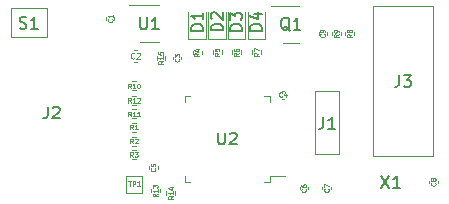
<source format=gbr>
%TF.GenerationSoftware,KiCad,Pcbnew,(6.0.7)*%
%TF.CreationDate,2022-09-05T13:16:07+02:00*%
%TF.ProjectId,blackmagic_mini,626c6163-6b6d-4616-9769-635f6d696e69,rev?*%
%TF.SameCoordinates,Original*%
%TF.FileFunction,Legend,Top*%
%TF.FilePolarity,Positive*%
%FSLAX46Y46*%
G04 Gerber Fmt 4.6, Leading zero omitted, Abs format (unit mm)*
G04 Created by KiCad (PCBNEW (6.0.7)) date 2022-09-05 13:16:07*
%MOMM*%
%LPD*%
G01*
G04 APERTURE LIST*
%ADD10C,0.150000*%
%ADD11C,0.075000*%
%ADD12C,0.100000*%
%ADD13C,0.125000*%
%ADD14C,0.120000*%
G04 APERTURE END LIST*
D10*
%TO.C,J1*%
X48741666Y-29677380D02*
X48741666Y-30391666D01*
X48694047Y-30534523D01*
X48598809Y-30629761D01*
X48455952Y-30677380D01*
X48360714Y-30677380D01*
X49741666Y-30677380D02*
X49170238Y-30677380D01*
X49455952Y-30677380D02*
X49455952Y-29677380D01*
X49360714Y-29820238D01*
X49265476Y-29915476D01*
X49170238Y-29963095D01*
%TO.C,J3*%
X55166666Y-26127380D02*
X55166666Y-26841666D01*
X55119047Y-26984523D01*
X55023809Y-27079761D01*
X54880952Y-27127380D01*
X54785714Y-27127380D01*
X55547619Y-26127380D02*
X56166666Y-26127380D01*
X55833333Y-26508333D01*
X55976190Y-26508333D01*
X56071428Y-26555952D01*
X56119047Y-26603571D01*
X56166666Y-26698809D01*
X56166666Y-26936904D01*
X56119047Y-27032142D01*
X56071428Y-27079761D01*
X55976190Y-27127380D01*
X55690476Y-27127380D01*
X55595238Y-27079761D01*
X55547619Y-27032142D01*
%TO.C,D2*%
X40227380Y-22338095D02*
X39227380Y-22338095D01*
X39227380Y-22100000D01*
X39275000Y-21957142D01*
X39370238Y-21861904D01*
X39465476Y-21814285D01*
X39655952Y-21766666D01*
X39798809Y-21766666D01*
X39989285Y-21814285D01*
X40084523Y-21861904D01*
X40179761Y-21957142D01*
X40227380Y-22100000D01*
X40227380Y-22338095D01*
X39322619Y-21385714D02*
X39275000Y-21338095D01*
X39227380Y-21242857D01*
X39227380Y-21004761D01*
X39275000Y-20909523D01*
X39322619Y-20861904D01*
X39417857Y-20814285D01*
X39513095Y-20814285D01*
X39655952Y-20861904D01*
X40227380Y-21433333D01*
X40227380Y-20814285D01*
%TO.C,D1*%
X38552380Y-22363095D02*
X37552380Y-22363095D01*
X37552380Y-22125000D01*
X37600000Y-21982142D01*
X37695238Y-21886904D01*
X37790476Y-21839285D01*
X37980952Y-21791666D01*
X38123809Y-21791666D01*
X38314285Y-21839285D01*
X38409523Y-21886904D01*
X38504761Y-21982142D01*
X38552380Y-22125000D01*
X38552380Y-22363095D01*
X38552380Y-20839285D02*
X38552380Y-21410714D01*
X38552380Y-21125000D02*
X37552380Y-21125000D01*
X37695238Y-21220238D01*
X37790476Y-21315476D01*
X37838095Y-21410714D01*
%TO.C,D4*%
X43527380Y-22363095D02*
X42527380Y-22363095D01*
X42527380Y-22125000D01*
X42575000Y-21982142D01*
X42670238Y-21886904D01*
X42765476Y-21839285D01*
X42955952Y-21791666D01*
X43098809Y-21791666D01*
X43289285Y-21839285D01*
X43384523Y-21886904D01*
X43479761Y-21982142D01*
X43527380Y-22125000D01*
X43527380Y-22363095D01*
X42860714Y-20934523D02*
X43527380Y-20934523D01*
X42479761Y-21172619D02*
X43194047Y-21410714D01*
X43194047Y-20791666D01*
%TO.C,D3*%
X41852380Y-22363095D02*
X40852380Y-22363095D01*
X40852380Y-22125000D01*
X40900000Y-21982142D01*
X40995238Y-21886904D01*
X41090476Y-21839285D01*
X41280952Y-21791666D01*
X41423809Y-21791666D01*
X41614285Y-21839285D01*
X41709523Y-21886904D01*
X41804761Y-21982142D01*
X41852380Y-22125000D01*
X41852380Y-22363095D01*
X40852380Y-21458333D02*
X40852380Y-20839285D01*
X41233333Y-21172619D01*
X41233333Y-21029761D01*
X41280952Y-20934523D01*
X41328571Y-20886904D01*
X41423809Y-20839285D01*
X41661904Y-20839285D01*
X41757142Y-20886904D01*
X41804761Y-20934523D01*
X41852380Y-21029761D01*
X41852380Y-21315476D01*
X41804761Y-21410714D01*
X41757142Y-21458333D01*
%TO.C,X1*%
X53665476Y-34652380D02*
X54332142Y-35652380D01*
X54332142Y-34652380D02*
X53665476Y-35652380D01*
X55236904Y-35652380D02*
X54665476Y-35652380D01*
X54951190Y-35652380D02*
X54951190Y-34652380D01*
X54855952Y-34795238D01*
X54760714Y-34890476D01*
X54665476Y-34938095D01*
%TO.C,U2*%
X39838095Y-31002380D02*
X39838095Y-31811904D01*
X39885714Y-31907142D01*
X39933333Y-31954761D01*
X40028571Y-32002380D01*
X40219047Y-32002380D01*
X40314285Y-31954761D01*
X40361904Y-31907142D01*
X40409523Y-31811904D01*
X40409523Y-31002380D01*
X40838095Y-31097619D02*
X40885714Y-31050000D01*
X40980952Y-31002380D01*
X41219047Y-31002380D01*
X41314285Y-31050000D01*
X41361904Y-31097619D01*
X41409523Y-31192857D01*
X41409523Y-31288095D01*
X41361904Y-31430952D01*
X40790476Y-32002380D01*
X41409523Y-32002380D01*
%TO.C,U1*%
X33238095Y-21252380D02*
X33238095Y-22061904D01*
X33285714Y-22157142D01*
X33333333Y-22204761D01*
X33428571Y-22252380D01*
X33619047Y-22252380D01*
X33714285Y-22204761D01*
X33761904Y-22157142D01*
X33809523Y-22061904D01*
X33809523Y-21252380D01*
X34809523Y-22252380D02*
X34238095Y-22252380D01*
X34523809Y-22252380D02*
X34523809Y-21252380D01*
X34428571Y-21395238D01*
X34333333Y-21490476D01*
X34238095Y-21538095D01*
D11*
%TO.C,TP1*%
X32245238Y-35105952D02*
X32473809Y-35105952D01*
X32359523Y-35505952D02*
X32359523Y-35105952D01*
X32607142Y-35505952D02*
X32607142Y-35105952D01*
X32759523Y-35105952D01*
X32797619Y-35125000D01*
X32816666Y-35144047D01*
X32835714Y-35182142D01*
X32835714Y-35239285D01*
X32816666Y-35277380D01*
X32797619Y-35296428D01*
X32759523Y-35315476D01*
X32607142Y-35315476D01*
X33216666Y-35505952D02*
X32988095Y-35505952D01*
X33102380Y-35505952D02*
X33102380Y-35105952D01*
X33064285Y-35163095D01*
X33026190Y-35201190D01*
X32988095Y-35220238D01*
D10*
%TO.C,S1*%
X23038095Y-22154761D02*
X23180952Y-22202380D01*
X23419047Y-22202380D01*
X23514285Y-22154761D01*
X23561904Y-22107142D01*
X23609523Y-22011904D01*
X23609523Y-21916666D01*
X23561904Y-21821428D01*
X23514285Y-21773809D01*
X23419047Y-21726190D01*
X23228571Y-21678571D01*
X23133333Y-21630952D01*
X23085714Y-21583333D01*
X23038095Y-21488095D01*
X23038095Y-21392857D01*
X23085714Y-21297619D01*
X23133333Y-21250000D01*
X23228571Y-21202380D01*
X23466666Y-21202380D01*
X23609523Y-21250000D01*
X24561904Y-22202380D02*
X23990476Y-22202380D01*
X24276190Y-22202380D02*
X24276190Y-21202380D01*
X24180952Y-21345238D01*
X24085714Y-21440476D01*
X23990476Y-21488095D01*
D12*
%TO.C,R15*%
X35180952Y-24932142D02*
X34990476Y-25065476D01*
X35180952Y-25160714D02*
X34780952Y-25160714D01*
X34780952Y-25008333D01*
X34800000Y-24970238D01*
X34819047Y-24951190D01*
X34857142Y-24932142D01*
X34914285Y-24932142D01*
X34952380Y-24951190D01*
X34971428Y-24970238D01*
X34990476Y-25008333D01*
X34990476Y-25160714D01*
X35180952Y-24551190D02*
X35180952Y-24779761D01*
X35180952Y-24665476D02*
X34780952Y-24665476D01*
X34838095Y-24703571D01*
X34876190Y-24741666D01*
X34895238Y-24779761D01*
X34780952Y-24189285D02*
X34780952Y-24379761D01*
X34971428Y-24398809D01*
X34952380Y-24379761D01*
X34933333Y-24341666D01*
X34933333Y-24246428D01*
X34952380Y-24208333D01*
X34971428Y-24189285D01*
X35009523Y-24170238D01*
X35104761Y-24170238D01*
X35142857Y-24189285D01*
X35161904Y-24208333D01*
X35180952Y-24246428D01*
X35180952Y-24341666D01*
X35161904Y-24379761D01*
X35142857Y-24398809D01*
%TO.C,R14*%
X36030952Y-36357142D02*
X35840476Y-36490476D01*
X36030952Y-36585714D02*
X35630952Y-36585714D01*
X35630952Y-36433333D01*
X35650000Y-36395238D01*
X35669047Y-36376190D01*
X35707142Y-36357142D01*
X35764285Y-36357142D01*
X35802380Y-36376190D01*
X35821428Y-36395238D01*
X35840476Y-36433333D01*
X35840476Y-36585714D01*
X36030952Y-35976190D02*
X36030952Y-36204761D01*
X36030952Y-36090476D02*
X35630952Y-36090476D01*
X35688095Y-36128571D01*
X35726190Y-36166666D01*
X35745238Y-36204761D01*
X35764285Y-35633333D02*
X36030952Y-35633333D01*
X35611904Y-35728571D02*
X35897619Y-35823809D01*
X35897619Y-35576190D01*
%TO.C,R13*%
X34705952Y-36182142D02*
X34515476Y-36315476D01*
X34705952Y-36410714D02*
X34305952Y-36410714D01*
X34305952Y-36258333D01*
X34325000Y-36220238D01*
X34344047Y-36201190D01*
X34382142Y-36182142D01*
X34439285Y-36182142D01*
X34477380Y-36201190D01*
X34496428Y-36220238D01*
X34515476Y-36258333D01*
X34515476Y-36410714D01*
X34705952Y-35801190D02*
X34705952Y-36029761D01*
X34705952Y-35915476D02*
X34305952Y-35915476D01*
X34363095Y-35953571D01*
X34401190Y-35991666D01*
X34420238Y-36029761D01*
X34305952Y-35667857D02*
X34305952Y-35420238D01*
X34458333Y-35553571D01*
X34458333Y-35496428D01*
X34477380Y-35458333D01*
X34496428Y-35439285D01*
X34534523Y-35420238D01*
X34629761Y-35420238D01*
X34667857Y-35439285D01*
X34686904Y-35458333D01*
X34705952Y-35496428D01*
X34705952Y-35610714D01*
X34686904Y-35648809D01*
X34667857Y-35667857D01*
%TO.C,R12*%
X32467857Y-28455952D02*
X32334523Y-28265476D01*
X32239285Y-28455952D02*
X32239285Y-28055952D01*
X32391666Y-28055952D01*
X32429761Y-28075000D01*
X32448809Y-28094047D01*
X32467857Y-28132142D01*
X32467857Y-28189285D01*
X32448809Y-28227380D01*
X32429761Y-28246428D01*
X32391666Y-28265476D01*
X32239285Y-28265476D01*
X32848809Y-28455952D02*
X32620238Y-28455952D01*
X32734523Y-28455952D02*
X32734523Y-28055952D01*
X32696428Y-28113095D01*
X32658333Y-28151190D01*
X32620238Y-28170238D01*
X33001190Y-28094047D02*
X33020238Y-28075000D01*
X33058333Y-28055952D01*
X33153571Y-28055952D01*
X33191666Y-28075000D01*
X33210714Y-28094047D01*
X33229761Y-28132142D01*
X33229761Y-28170238D01*
X33210714Y-28227380D01*
X32982142Y-28455952D01*
X33229761Y-28455952D01*
%TO.C,R11*%
X32467857Y-29630952D02*
X32334523Y-29440476D01*
X32239285Y-29630952D02*
X32239285Y-29230952D01*
X32391666Y-29230952D01*
X32429761Y-29250000D01*
X32448809Y-29269047D01*
X32467857Y-29307142D01*
X32467857Y-29364285D01*
X32448809Y-29402380D01*
X32429761Y-29421428D01*
X32391666Y-29440476D01*
X32239285Y-29440476D01*
X32848809Y-29630952D02*
X32620238Y-29630952D01*
X32734523Y-29630952D02*
X32734523Y-29230952D01*
X32696428Y-29288095D01*
X32658333Y-29326190D01*
X32620238Y-29345238D01*
X33229761Y-29630952D02*
X33001190Y-29630952D01*
X33115476Y-29630952D02*
X33115476Y-29230952D01*
X33077380Y-29288095D01*
X33039285Y-29326190D01*
X33001190Y-29345238D01*
%TO.C,R10*%
X32442857Y-27255952D02*
X32309523Y-27065476D01*
X32214285Y-27255952D02*
X32214285Y-26855952D01*
X32366666Y-26855952D01*
X32404761Y-26875000D01*
X32423809Y-26894047D01*
X32442857Y-26932142D01*
X32442857Y-26989285D01*
X32423809Y-27027380D01*
X32404761Y-27046428D01*
X32366666Y-27065476D01*
X32214285Y-27065476D01*
X32823809Y-27255952D02*
X32595238Y-27255952D01*
X32709523Y-27255952D02*
X32709523Y-26855952D01*
X32671428Y-26913095D01*
X32633333Y-26951190D01*
X32595238Y-26970238D01*
X33071428Y-26855952D02*
X33109523Y-26855952D01*
X33147619Y-26875000D01*
X33166666Y-26894047D01*
X33185714Y-26932142D01*
X33204761Y-27008333D01*
X33204761Y-27103571D01*
X33185714Y-27179761D01*
X33166666Y-27217857D01*
X33147619Y-27236904D01*
X33109523Y-27255952D01*
X33071428Y-27255952D01*
X33033333Y-27236904D01*
X33014285Y-27217857D01*
X32995238Y-27179761D01*
X32976190Y-27103571D01*
X32976190Y-27008333D01*
X32995238Y-26932142D01*
X33014285Y-26894047D01*
X33033333Y-26875000D01*
X33071428Y-26855952D01*
%TO.C,R9*%
X50030952Y-22691666D02*
X49840476Y-22825000D01*
X50030952Y-22920238D02*
X49630952Y-22920238D01*
X49630952Y-22767857D01*
X49650000Y-22729761D01*
X49669047Y-22710714D01*
X49707142Y-22691666D01*
X49764285Y-22691666D01*
X49802380Y-22710714D01*
X49821428Y-22729761D01*
X49840476Y-22767857D01*
X49840476Y-22920238D01*
X50030952Y-22501190D02*
X50030952Y-22425000D01*
X50011904Y-22386904D01*
X49992857Y-22367857D01*
X49935714Y-22329761D01*
X49859523Y-22310714D01*
X49707142Y-22310714D01*
X49669047Y-22329761D01*
X49650000Y-22348809D01*
X49630952Y-22386904D01*
X49630952Y-22463095D01*
X49650000Y-22501190D01*
X49669047Y-22520238D01*
X49707142Y-22539285D01*
X49802380Y-22539285D01*
X49840476Y-22520238D01*
X49859523Y-22501190D01*
X49878571Y-22463095D01*
X49878571Y-22386904D01*
X49859523Y-22348809D01*
X49840476Y-22329761D01*
X49802380Y-22310714D01*
%TO.C,R8*%
X51155952Y-22666666D02*
X50965476Y-22800000D01*
X51155952Y-22895238D02*
X50755952Y-22895238D01*
X50755952Y-22742857D01*
X50775000Y-22704761D01*
X50794047Y-22685714D01*
X50832142Y-22666666D01*
X50889285Y-22666666D01*
X50927380Y-22685714D01*
X50946428Y-22704761D01*
X50965476Y-22742857D01*
X50965476Y-22895238D01*
X50927380Y-22438095D02*
X50908333Y-22476190D01*
X50889285Y-22495238D01*
X50851190Y-22514285D01*
X50832142Y-22514285D01*
X50794047Y-22495238D01*
X50775000Y-22476190D01*
X50755952Y-22438095D01*
X50755952Y-22361904D01*
X50775000Y-22323809D01*
X50794047Y-22304761D01*
X50832142Y-22285714D01*
X50851190Y-22285714D01*
X50889285Y-22304761D01*
X50908333Y-22323809D01*
X50927380Y-22361904D01*
X50927380Y-22438095D01*
X50946428Y-22476190D01*
X50965476Y-22495238D01*
X51003571Y-22514285D01*
X51079761Y-22514285D01*
X51117857Y-22495238D01*
X51136904Y-22476190D01*
X51155952Y-22438095D01*
X51155952Y-22361904D01*
X51136904Y-22323809D01*
X51117857Y-22304761D01*
X51079761Y-22285714D01*
X51003571Y-22285714D01*
X50965476Y-22304761D01*
X50946428Y-22323809D01*
X50927380Y-22361904D01*
%TO.C,R7*%
X43280952Y-24266666D02*
X43090476Y-24400000D01*
X43280952Y-24495238D02*
X42880952Y-24495238D01*
X42880952Y-24342857D01*
X42900000Y-24304761D01*
X42919047Y-24285714D01*
X42957142Y-24266666D01*
X43014285Y-24266666D01*
X43052380Y-24285714D01*
X43071428Y-24304761D01*
X43090476Y-24342857D01*
X43090476Y-24495238D01*
X42880952Y-24133333D02*
X42880952Y-23866666D01*
X43280952Y-24038095D01*
%TO.C,R6*%
X41580952Y-24266666D02*
X41390476Y-24400000D01*
X41580952Y-24495238D02*
X41180952Y-24495238D01*
X41180952Y-24342857D01*
X41200000Y-24304761D01*
X41219047Y-24285714D01*
X41257142Y-24266666D01*
X41314285Y-24266666D01*
X41352380Y-24285714D01*
X41371428Y-24304761D01*
X41390476Y-24342857D01*
X41390476Y-24495238D01*
X41180952Y-23923809D02*
X41180952Y-24000000D01*
X41200000Y-24038095D01*
X41219047Y-24057142D01*
X41276190Y-24095238D01*
X41352380Y-24114285D01*
X41504761Y-24114285D01*
X41542857Y-24095238D01*
X41561904Y-24076190D01*
X41580952Y-24038095D01*
X41580952Y-23961904D01*
X41561904Y-23923809D01*
X41542857Y-23904761D01*
X41504761Y-23885714D01*
X41409523Y-23885714D01*
X41371428Y-23904761D01*
X41352380Y-23923809D01*
X41333333Y-23961904D01*
X41333333Y-24038095D01*
X41352380Y-24076190D01*
X41371428Y-24095238D01*
X41409523Y-24114285D01*
%TO.C,R5*%
X39930952Y-24266666D02*
X39740476Y-24400000D01*
X39930952Y-24495238D02*
X39530952Y-24495238D01*
X39530952Y-24342857D01*
X39550000Y-24304761D01*
X39569047Y-24285714D01*
X39607142Y-24266666D01*
X39664285Y-24266666D01*
X39702380Y-24285714D01*
X39721428Y-24304761D01*
X39740476Y-24342857D01*
X39740476Y-24495238D01*
X39530952Y-23904761D02*
X39530952Y-24095238D01*
X39721428Y-24114285D01*
X39702380Y-24095238D01*
X39683333Y-24057142D01*
X39683333Y-23961904D01*
X39702380Y-23923809D01*
X39721428Y-23904761D01*
X39759523Y-23885714D01*
X39854761Y-23885714D01*
X39892857Y-23904761D01*
X39911904Y-23923809D01*
X39930952Y-23961904D01*
X39930952Y-24057142D01*
X39911904Y-24095238D01*
X39892857Y-24114285D01*
%TO.C,R4*%
X38230952Y-24291666D02*
X38040476Y-24425000D01*
X38230952Y-24520238D02*
X37830952Y-24520238D01*
X37830952Y-24367857D01*
X37850000Y-24329761D01*
X37869047Y-24310714D01*
X37907142Y-24291666D01*
X37964285Y-24291666D01*
X38002380Y-24310714D01*
X38021428Y-24329761D01*
X38040476Y-24367857D01*
X38040476Y-24520238D01*
X37964285Y-23948809D02*
X38230952Y-23948809D01*
X37811904Y-24044047D02*
X38097619Y-24139285D01*
X38097619Y-23891666D01*
%TO.C,R3*%
X32633333Y-33055952D02*
X32500000Y-32865476D01*
X32404761Y-33055952D02*
X32404761Y-32655952D01*
X32557142Y-32655952D01*
X32595238Y-32675000D01*
X32614285Y-32694047D01*
X32633333Y-32732142D01*
X32633333Y-32789285D01*
X32614285Y-32827380D01*
X32595238Y-32846428D01*
X32557142Y-32865476D01*
X32404761Y-32865476D01*
X32766666Y-32655952D02*
X33014285Y-32655952D01*
X32880952Y-32808333D01*
X32938095Y-32808333D01*
X32976190Y-32827380D01*
X32995238Y-32846428D01*
X33014285Y-32884523D01*
X33014285Y-32979761D01*
X32995238Y-33017857D01*
X32976190Y-33036904D01*
X32938095Y-33055952D01*
X32823809Y-33055952D01*
X32785714Y-33036904D01*
X32766666Y-33017857D01*
%TO.C,R2*%
X32633333Y-31905952D02*
X32500000Y-31715476D01*
X32404761Y-31905952D02*
X32404761Y-31505952D01*
X32557142Y-31505952D01*
X32595238Y-31525000D01*
X32614285Y-31544047D01*
X32633333Y-31582142D01*
X32633333Y-31639285D01*
X32614285Y-31677380D01*
X32595238Y-31696428D01*
X32557142Y-31715476D01*
X32404761Y-31715476D01*
X32785714Y-31544047D02*
X32804761Y-31525000D01*
X32842857Y-31505952D01*
X32938095Y-31505952D01*
X32976190Y-31525000D01*
X32995238Y-31544047D01*
X33014285Y-31582142D01*
X33014285Y-31620238D01*
X32995238Y-31677380D01*
X32766666Y-31905952D01*
X33014285Y-31905952D01*
%TO.C,R1*%
X32633333Y-30730952D02*
X32500000Y-30540476D01*
X32404761Y-30730952D02*
X32404761Y-30330952D01*
X32557142Y-30330952D01*
X32595238Y-30350000D01*
X32614285Y-30369047D01*
X32633333Y-30407142D01*
X32633333Y-30464285D01*
X32614285Y-30502380D01*
X32595238Y-30521428D01*
X32557142Y-30540476D01*
X32404761Y-30540476D01*
X33014285Y-30730952D02*
X32785714Y-30730952D01*
X32900000Y-30730952D02*
X32900000Y-30330952D01*
X32861904Y-30388095D01*
X32823809Y-30426190D01*
X32785714Y-30445238D01*
D10*
%TO.C,Q1*%
X45904761Y-22372619D02*
X45809523Y-22325000D01*
X45714285Y-22229761D01*
X45571428Y-22086904D01*
X45476190Y-22039285D01*
X45380952Y-22039285D01*
X45428571Y-22277380D02*
X45333333Y-22229761D01*
X45238095Y-22134523D01*
X45190476Y-21944047D01*
X45190476Y-21610714D01*
X45238095Y-21420238D01*
X45333333Y-21325000D01*
X45428571Y-21277380D01*
X45619047Y-21277380D01*
X45714285Y-21325000D01*
X45809523Y-21420238D01*
X45857142Y-21610714D01*
X45857142Y-21944047D01*
X45809523Y-22134523D01*
X45714285Y-22229761D01*
X45619047Y-22277380D01*
X45428571Y-22277380D01*
X46809523Y-22277380D02*
X46238095Y-22277380D01*
X46523809Y-22277380D02*
X46523809Y-21277380D01*
X46428571Y-21420238D01*
X46333333Y-21515476D01*
X46238095Y-21563095D01*
%TO.C,J2*%
X25416666Y-28802380D02*
X25416666Y-29516666D01*
X25369047Y-29659523D01*
X25273809Y-29754761D01*
X25130952Y-29802380D01*
X25035714Y-29802380D01*
X25845238Y-28897619D02*
X25892857Y-28850000D01*
X25988095Y-28802380D01*
X26226190Y-28802380D01*
X26321428Y-28850000D01*
X26369047Y-28897619D01*
X26416666Y-28992857D01*
X26416666Y-29088095D01*
X26369047Y-29230952D01*
X25797619Y-29802380D01*
X26416666Y-29802380D01*
D12*
%TO.C,C9*%
X48842857Y-22666666D02*
X48861904Y-22685714D01*
X48880952Y-22742857D01*
X48880952Y-22780952D01*
X48861904Y-22838095D01*
X48823809Y-22876190D01*
X48785714Y-22895238D01*
X48709523Y-22914285D01*
X48652380Y-22914285D01*
X48576190Y-22895238D01*
X48538095Y-22876190D01*
X48500000Y-22838095D01*
X48480952Y-22780952D01*
X48480952Y-22742857D01*
X48500000Y-22685714D01*
X48519047Y-22666666D01*
X48880952Y-22476190D02*
X48880952Y-22400000D01*
X48861904Y-22361904D01*
X48842857Y-22342857D01*
X48785714Y-22304761D01*
X48709523Y-22285714D01*
X48557142Y-22285714D01*
X48519047Y-22304761D01*
X48500000Y-22323809D01*
X48480952Y-22361904D01*
X48480952Y-22438095D01*
X48500000Y-22476190D01*
X48519047Y-22495238D01*
X48557142Y-22514285D01*
X48652380Y-22514285D01*
X48690476Y-22495238D01*
X48709523Y-22476190D01*
X48728571Y-22438095D01*
X48728571Y-22361904D01*
X48709523Y-22323809D01*
X48690476Y-22304761D01*
X48652380Y-22285714D01*
%TO.C,C8*%
X58217857Y-35241666D02*
X58236904Y-35260714D01*
X58255952Y-35317857D01*
X58255952Y-35355952D01*
X58236904Y-35413095D01*
X58198809Y-35451190D01*
X58160714Y-35470238D01*
X58084523Y-35489285D01*
X58027380Y-35489285D01*
X57951190Y-35470238D01*
X57913095Y-35451190D01*
X57875000Y-35413095D01*
X57855952Y-35355952D01*
X57855952Y-35317857D01*
X57875000Y-35260714D01*
X57894047Y-35241666D01*
X58027380Y-35013095D02*
X58008333Y-35051190D01*
X57989285Y-35070238D01*
X57951190Y-35089285D01*
X57932142Y-35089285D01*
X57894047Y-35070238D01*
X57875000Y-35051190D01*
X57855952Y-35013095D01*
X57855952Y-34936904D01*
X57875000Y-34898809D01*
X57894047Y-34879761D01*
X57932142Y-34860714D01*
X57951190Y-34860714D01*
X57989285Y-34879761D01*
X58008333Y-34898809D01*
X58027380Y-34936904D01*
X58027380Y-35013095D01*
X58046428Y-35051190D01*
X58065476Y-35070238D01*
X58103571Y-35089285D01*
X58179761Y-35089285D01*
X58217857Y-35070238D01*
X58236904Y-35051190D01*
X58255952Y-35013095D01*
X58255952Y-34936904D01*
X58236904Y-34898809D01*
X58217857Y-34879761D01*
X58179761Y-34860714D01*
X58103571Y-34860714D01*
X58065476Y-34879761D01*
X58046428Y-34898809D01*
X58027380Y-34936904D01*
%TO.C,C7*%
X49167857Y-35766666D02*
X49186904Y-35785714D01*
X49205952Y-35842857D01*
X49205952Y-35880952D01*
X49186904Y-35938095D01*
X49148809Y-35976190D01*
X49110714Y-35995238D01*
X49034523Y-36014285D01*
X48977380Y-36014285D01*
X48901190Y-35995238D01*
X48863095Y-35976190D01*
X48825000Y-35938095D01*
X48805952Y-35880952D01*
X48805952Y-35842857D01*
X48825000Y-35785714D01*
X48844047Y-35766666D01*
X48805952Y-35633333D02*
X48805952Y-35366666D01*
X49205952Y-35538095D01*
%TO.C,C6*%
X47242857Y-35766666D02*
X47261904Y-35785714D01*
X47280952Y-35842857D01*
X47280952Y-35880952D01*
X47261904Y-35938095D01*
X47223809Y-35976190D01*
X47185714Y-35995238D01*
X47109523Y-36014285D01*
X47052380Y-36014285D01*
X46976190Y-35995238D01*
X46938095Y-35976190D01*
X46900000Y-35938095D01*
X46880952Y-35880952D01*
X46880952Y-35842857D01*
X46900000Y-35785714D01*
X46919047Y-35766666D01*
X46880952Y-35423809D02*
X46880952Y-35500000D01*
X46900000Y-35538095D01*
X46919047Y-35557142D01*
X46976190Y-35595238D01*
X47052380Y-35614285D01*
X47204761Y-35614285D01*
X47242857Y-35595238D01*
X47261904Y-35576190D01*
X47280952Y-35538095D01*
X47280952Y-35461904D01*
X47261904Y-35423809D01*
X47242857Y-35404761D01*
X47204761Y-35385714D01*
X47109523Y-35385714D01*
X47071428Y-35404761D01*
X47052380Y-35423809D01*
X47033333Y-35461904D01*
X47033333Y-35538095D01*
X47052380Y-35576190D01*
X47071428Y-35595238D01*
X47109523Y-35614285D01*
%TO.C,C5*%
X34492857Y-34016666D02*
X34511904Y-34035714D01*
X34530952Y-34092857D01*
X34530952Y-34130952D01*
X34511904Y-34188095D01*
X34473809Y-34226190D01*
X34435714Y-34245238D01*
X34359523Y-34264285D01*
X34302380Y-34264285D01*
X34226190Y-34245238D01*
X34188095Y-34226190D01*
X34150000Y-34188095D01*
X34130952Y-34130952D01*
X34130952Y-34092857D01*
X34150000Y-34035714D01*
X34169047Y-34016666D01*
X34130952Y-33654761D02*
X34130952Y-33845238D01*
X34321428Y-33864285D01*
X34302380Y-33845238D01*
X34283333Y-33807142D01*
X34283333Y-33711904D01*
X34302380Y-33673809D01*
X34321428Y-33654761D01*
X34359523Y-33635714D01*
X34454761Y-33635714D01*
X34492857Y-33654761D01*
X34511904Y-33673809D01*
X34530952Y-33711904D01*
X34530952Y-33807142D01*
X34511904Y-33845238D01*
X34492857Y-33864285D01*
%TO.C,C4*%
X45258333Y-27942857D02*
X45239285Y-27961904D01*
X45182142Y-27980952D01*
X45144047Y-27980952D01*
X45086904Y-27961904D01*
X45048809Y-27923809D01*
X45029761Y-27885714D01*
X45010714Y-27809523D01*
X45010714Y-27752380D01*
X45029761Y-27676190D01*
X45048809Y-27638095D01*
X45086904Y-27600000D01*
X45144047Y-27580952D01*
X45182142Y-27580952D01*
X45239285Y-27600000D01*
X45258333Y-27619047D01*
X45601190Y-27714285D02*
X45601190Y-27980952D01*
X45505952Y-27561904D02*
X45410714Y-27847619D01*
X45658333Y-27847619D01*
%TO.C,C3*%
X36517857Y-24736666D02*
X36536904Y-24755714D01*
X36555952Y-24812857D01*
X36555952Y-24850952D01*
X36536904Y-24908095D01*
X36498809Y-24946190D01*
X36460714Y-24965238D01*
X36384523Y-24984285D01*
X36327380Y-24984285D01*
X36251190Y-24965238D01*
X36213095Y-24946190D01*
X36175000Y-24908095D01*
X36155952Y-24850952D01*
X36155952Y-24812857D01*
X36175000Y-24755714D01*
X36194047Y-24736666D01*
X36155952Y-24603333D02*
X36155952Y-24355714D01*
X36308333Y-24489047D01*
X36308333Y-24431904D01*
X36327380Y-24393809D01*
X36346428Y-24374761D01*
X36384523Y-24355714D01*
X36479761Y-24355714D01*
X36517857Y-24374761D01*
X36536904Y-24393809D01*
X36555952Y-24431904D01*
X36555952Y-24546190D01*
X36536904Y-24584285D01*
X36517857Y-24603333D01*
D13*
%TO.C,C2*%
X32741666Y-24703571D02*
X32717857Y-24727380D01*
X32646428Y-24751190D01*
X32598809Y-24751190D01*
X32527380Y-24727380D01*
X32479761Y-24679761D01*
X32455952Y-24632142D01*
X32432142Y-24536904D01*
X32432142Y-24465476D01*
X32455952Y-24370238D01*
X32479761Y-24322619D01*
X32527380Y-24275000D01*
X32598809Y-24251190D01*
X32646428Y-24251190D01*
X32717857Y-24275000D01*
X32741666Y-24298809D01*
X32932142Y-24298809D02*
X32955952Y-24275000D01*
X33003571Y-24251190D01*
X33122619Y-24251190D01*
X33170238Y-24275000D01*
X33194047Y-24298809D01*
X33217857Y-24346428D01*
X33217857Y-24394047D01*
X33194047Y-24465476D01*
X32908333Y-24751190D01*
X33217857Y-24751190D01*
D12*
%TO.C,C1*%
X30867857Y-21391666D02*
X30886904Y-21410714D01*
X30905952Y-21467857D01*
X30905952Y-21505952D01*
X30886904Y-21563095D01*
X30848809Y-21601190D01*
X30810714Y-21620238D01*
X30734523Y-21639285D01*
X30677380Y-21639285D01*
X30601190Y-21620238D01*
X30563095Y-21601190D01*
X30525000Y-21563095D01*
X30505952Y-21505952D01*
X30505952Y-21467857D01*
X30525000Y-21410714D01*
X30544047Y-21391666D01*
X30905952Y-21010714D02*
X30905952Y-21239285D01*
X30905952Y-21125000D02*
X30505952Y-21125000D01*
X30563095Y-21163095D01*
X30601190Y-21201190D01*
X30620238Y-21239285D01*
D14*
%TO.C,J1*%
X48010000Y-32835000D02*
X50040000Y-32835000D01*
X50040000Y-32835000D02*
X50040000Y-27515000D01*
X50040000Y-27515000D02*
X48010000Y-27515000D01*
X48010000Y-27515000D02*
X48010000Y-32835000D01*
%TO.C,J3*%
X52960000Y-33015000D02*
X58040000Y-33015000D01*
X58040000Y-33015000D02*
X58040000Y-20315000D01*
X58040000Y-20315000D02*
X52960000Y-20315000D01*
X52960000Y-20315000D02*
X52960000Y-33015000D01*
%TO.C,D2*%
X40485000Y-23085000D02*
X40485000Y-20800000D01*
X39015000Y-23085000D02*
X40485000Y-23085000D01*
X39015000Y-20800000D02*
X39015000Y-23085000D01*
%TO.C,D1*%
X38785000Y-23110000D02*
X38785000Y-20825000D01*
X37315000Y-23110000D02*
X38785000Y-23110000D01*
X37315000Y-20825000D02*
X37315000Y-23110000D01*
%TO.C,D4*%
X43835000Y-23110000D02*
X43835000Y-20825000D01*
X42365000Y-23110000D02*
X43835000Y-23110000D01*
X42365000Y-20825000D02*
X42365000Y-23110000D01*
%TO.C,D3*%
X40665000Y-20825000D02*
X40665000Y-23110000D01*
X40665000Y-23110000D02*
X42135000Y-23110000D01*
X42135000Y-23110000D02*
X42135000Y-20825000D01*
%TO.C,U2*%
X37440000Y-35160000D02*
X36990000Y-35160000D01*
X44210000Y-27940000D02*
X44210000Y-28390000D01*
X44210000Y-35160000D02*
X44210000Y-34710000D01*
X37440000Y-27940000D02*
X36990000Y-27940000D01*
X36990000Y-27940000D02*
X36990000Y-28390000D01*
X43760000Y-35160000D02*
X44210000Y-35160000D01*
X43760000Y-27940000D02*
X44210000Y-27940000D01*
X44210000Y-34710000D02*
X45500000Y-34710000D01*
X36990000Y-35160000D02*
X36990000Y-34710000D01*
%TO.C,U1*%
X34050000Y-23360000D02*
X33250000Y-23360000D01*
X34050000Y-20240000D02*
X32250000Y-20240000D01*
X34050000Y-20240000D02*
X34850000Y-20240000D01*
X34050000Y-23360000D02*
X34850000Y-23360000D01*
%TO.C,TP1*%
X32000000Y-36075000D02*
X32000000Y-34675000D01*
X33400000Y-34675000D02*
X33400000Y-36075000D01*
X32000000Y-34675000D02*
X33400000Y-34675000D01*
X33400000Y-36075000D02*
X32000000Y-36075000D01*
%TO.C,S1*%
X22335000Y-20460000D02*
X25325000Y-20460000D01*
X25325000Y-20460000D02*
X25325000Y-22950000D01*
X25325000Y-22950000D02*
X22335000Y-22950000D01*
X22335000Y-22950000D02*
X22335000Y-20460000D01*
%TO.C,R15*%
X35380000Y-24521359D02*
X35380000Y-24828641D01*
X34620000Y-24521359D02*
X34620000Y-24828641D01*
%TO.C,R14*%
X35445000Y-36253641D02*
X35445000Y-35946359D01*
X36205000Y-36253641D02*
X36205000Y-35946359D01*
%TO.C,R13*%
X34120000Y-36053641D02*
X34120000Y-35746359D01*
X34880000Y-36053641D02*
X34880000Y-35746359D01*
%TO.C,R12*%
X32878641Y-28630000D02*
X32571359Y-28630000D01*
X32878641Y-27870000D02*
X32571359Y-27870000D01*
%TO.C,R11*%
X32546359Y-29045000D02*
X32853641Y-29045000D01*
X32546359Y-29805000D02*
X32853641Y-29805000D01*
%TO.C,R10*%
X32853641Y-27430000D02*
X32546359Y-27430000D01*
X32853641Y-26670000D02*
X32546359Y-26670000D01*
%TO.C,R9*%
X49445000Y-22778641D02*
X49445000Y-22471359D01*
X50205000Y-22778641D02*
X50205000Y-22471359D01*
%TO.C,R8*%
X51355000Y-22446359D02*
X51355000Y-22753641D01*
X50595000Y-22446359D02*
X50595000Y-22753641D01*
%TO.C,R7*%
X42720000Y-24353641D02*
X42720000Y-24046359D01*
X43480000Y-24353641D02*
X43480000Y-24046359D01*
%TO.C,R6*%
X41020000Y-24353641D02*
X41020000Y-24046359D01*
X41780000Y-24353641D02*
X41780000Y-24046359D01*
%TO.C,R5*%
X39370000Y-24353641D02*
X39370000Y-24046359D01*
X40130000Y-24353641D02*
X40130000Y-24046359D01*
%TO.C,R4*%
X37670000Y-24378641D02*
X37670000Y-24071359D01*
X38430000Y-24378641D02*
X38430000Y-24071359D01*
%TO.C,R3*%
X32853641Y-32495000D02*
X32546359Y-32495000D01*
X32853641Y-33255000D02*
X32546359Y-33255000D01*
%TO.C,R2*%
X32853641Y-32105000D02*
X32546359Y-32105000D01*
X32853641Y-31345000D02*
X32546359Y-31345000D01*
%TO.C,R1*%
X32853641Y-30930000D02*
X32546359Y-30930000D01*
X32853641Y-30170000D02*
X32546359Y-30170000D01*
%TO.C,Q1*%
X46000000Y-20265000D02*
X46650000Y-20265000D01*
X46000000Y-23385000D02*
X46650000Y-23385000D01*
X46000000Y-20265000D02*
X44325000Y-20265000D01*
X46000000Y-23385000D02*
X45350000Y-23385000D01*
%TO.C,C9*%
X49060000Y-22707836D02*
X49060000Y-22492164D01*
X48340000Y-22707836D02*
X48340000Y-22492164D01*
%TO.C,C8*%
X57715000Y-35067164D02*
X57715000Y-35282836D01*
X58435000Y-35067164D02*
X58435000Y-35282836D01*
%TO.C,C7*%
X48665000Y-35592164D02*
X48665000Y-35807836D01*
X49385000Y-35592164D02*
X49385000Y-35807836D01*
%TO.C,C6*%
X46740000Y-35592164D02*
X46740000Y-35807836D01*
X47460000Y-35592164D02*
X47460000Y-35807836D01*
%TO.C,C5*%
X34710000Y-34057836D02*
X34710000Y-33842164D01*
X33990000Y-34057836D02*
X33990000Y-33842164D01*
%TO.C,C4*%
X45432836Y-27440000D02*
X45217164Y-27440000D01*
X45432836Y-28160000D02*
X45217164Y-28160000D01*
%TO.C,C3*%
X36735000Y-24777836D02*
X36735000Y-24562164D01*
X36015000Y-24777836D02*
X36015000Y-24562164D01*
%TO.C,C2*%
X32965580Y-24015000D02*
X32684420Y-24015000D01*
X32965580Y-25035000D02*
X32684420Y-25035000D01*
%TO.C,C1*%
X30340000Y-21217164D02*
X30340000Y-21432836D01*
X31060000Y-21217164D02*
X31060000Y-21432836D01*
%TD*%
M02*

</source>
